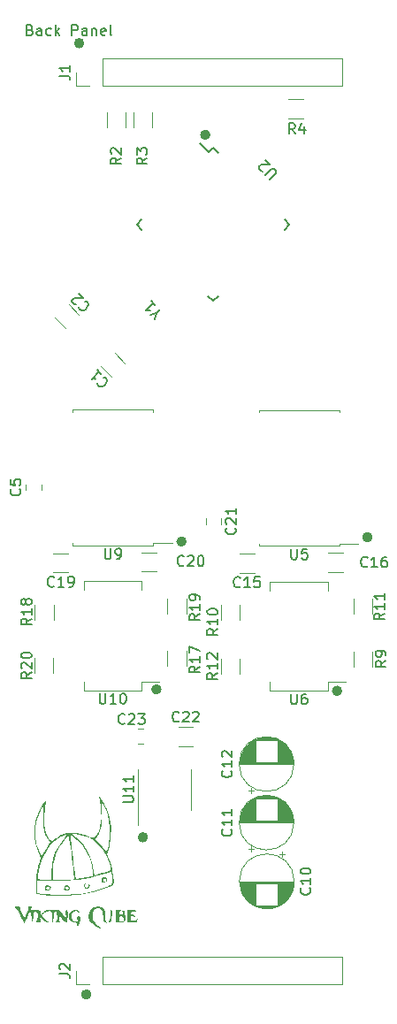
<source format=gbr>
%TF.GenerationSoftware,KiCad,Pcbnew,(6.0.6)*%
%TF.CreationDate,2022-11-26T15:19:53+01:00*%
%TF.ProjectId,vcer-midi-to-cv,76636572-2d6d-4696-9469-2d746f2d6376,rev?*%
%TF.SameCoordinates,Original*%
%TF.FileFunction,Legend,Top*%
%TF.FilePolarity,Positive*%
%FSLAX46Y46*%
G04 Gerber Fmt 4.6, Leading zero omitted, Abs format (unit mm)*
G04 Created by KiCad (PCBNEW (6.0.6)) date 2022-11-26 15:19:53*
%MOMM*%
%LPD*%
G01*
G04 APERTURE LIST*
%ADD10C,0.150000*%
%ADD11C,0.493688*%
%ADD12C,0.120000*%
G04 APERTURE END LIST*
D10*
X103309523Y-2928571D02*
X103452380Y-2976190D01*
X103500000Y-3023809D01*
X103547619Y-3119047D01*
X103547619Y-3261904D01*
X103500000Y-3357142D01*
X103452380Y-3404761D01*
X103357142Y-3452380D01*
X102976190Y-3452380D01*
X102976190Y-2452380D01*
X103309523Y-2452380D01*
X103404761Y-2500000D01*
X103452380Y-2547619D01*
X103500000Y-2642857D01*
X103500000Y-2738095D01*
X103452380Y-2833333D01*
X103404761Y-2880952D01*
X103309523Y-2928571D01*
X102976190Y-2928571D01*
X104404761Y-3452380D02*
X104404761Y-2928571D01*
X104357142Y-2833333D01*
X104261904Y-2785714D01*
X104071428Y-2785714D01*
X103976190Y-2833333D01*
X104404761Y-3404761D02*
X104309523Y-3452380D01*
X104071428Y-3452380D01*
X103976190Y-3404761D01*
X103928571Y-3309523D01*
X103928571Y-3214285D01*
X103976190Y-3119047D01*
X104071428Y-3071428D01*
X104309523Y-3071428D01*
X104404761Y-3023809D01*
X105309523Y-3404761D02*
X105214285Y-3452380D01*
X105023809Y-3452380D01*
X104928571Y-3404761D01*
X104880952Y-3357142D01*
X104833333Y-3261904D01*
X104833333Y-2976190D01*
X104880952Y-2880952D01*
X104928571Y-2833333D01*
X105023809Y-2785714D01*
X105214285Y-2785714D01*
X105309523Y-2833333D01*
X105738095Y-3452380D02*
X105738095Y-2452380D01*
X105833333Y-3071428D02*
X106119047Y-3452380D01*
X106119047Y-2785714D02*
X105738095Y-3166666D01*
X107309523Y-3452380D02*
X107309523Y-2452380D01*
X107690476Y-2452380D01*
X107785714Y-2500000D01*
X107833333Y-2547619D01*
X107880952Y-2642857D01*
X107880952Y-2785714D01*
X107833333Y-2880952D01*
X107785714Y-2928571D01*
X107690476Y-2976190D01*
X107309523Y-2976190D01*
X108738095Y-3452380D02*
X108738095Y-2928571D01*
X108690476Y-2833333D01*
X108595238Y-2785714D01*
X108404761Y-2785714D01*
X108309523Y-2833333D01*
X108738095Y-3404761D02*
X108642857Y-3452380D01*
X108404761Y-3452380D01*
X108309523Y-3404761D01*
X108261904Y-3309523D01*
X108261904Y-3214285D01*
X108309523Y-3119047D01*
X108404761Y-3071428D01*
X108642857Y-3071428D01*
X108738095Y-3023809D01*
X109214285Y-2785714D02*
X109214285Y-3452380D01*
X109214285Y-2880952D02*
X109261904Y-2833333D01*
X109357142Y-2785714D01*
X109500000Y-2785714D01*
X109595238Y-2833333D01*
X109642857Y-2928571D01*
X109642857Y-3452380D01*
X110500000Y-3404761D02*
X110404761Y-3452380D01*
X110214285Y-3452380D01*
X110119047Y-3404761D01*
X110071428Y-3309523D01*
X110071428Y-2928571D01*
X110119047Y-2833333D01*
X110214285Y-2785714D01*
X110404761Y-2785714D01*
X110500000Y-2833333D01*
X110547619Y-2928571D01*
X110547619Y-3023809D01*
X110071428Y-3119047D01*
X111119047Y-3452380D02*
X111023809Y-3404761D01*
X110976190Y-3309523D01*
X110976190Y-2452380D01*
D11*
X114356844Y-80240000D02*
G75*
G03*
X114356844Y-80240000I-246844J0D01*
G01*
X135846844Y-51510000D02*
G75*
G03*
X135846844Y-51510000I-246844J0D01*
G01*
X115646844Y-66080000D02*
G75*
G03*
X115646844Y-66080000I-246844J0D01*
G01*
X120316844Y-12980000D02*
G75*
G03*
X120316844Y-12980000I-246844J0D01*
G01*
X108926844Y-95290000D02*
G75*
G03*
X108926844Y-95290000I-246844J0D01*
G01*
X108246844Y-4211312D02*
G75*
G03*
X108246844Y-4211312I-246844J0D01*
G01*
X132946844Y-66220000D02*
G75*
G03*
X132946844Y-66220000I-246844J0D01*
G01*
X118046844Y-51920000D02*
G75*
G03*
X118046844Y-51920000I-246844J0D01*
G01*
D10*
%TO.C,C5*%
X102307142Y-46896666D02*
X102354761Y-46944285D01*
X102402380Y-47087142D01*
X102402380Y-47182380D01*
X102354761Y-47325238D01*
X102259523Y-47420476D01*
X102164285Y-47468095D01*
X101973809Y-47515714D01*
X101830952Y-47515714D01*
X101640476Y-47468095D01*
X101545238Y-47420476D01*
X101450000Y-47325238D01*
X101402380Y-47182380D01*
X101402380Y-47087142D01*
X101450000Y-46944285D01*
X101497619Y-46896666D01*
X101402380Y-45991904D02*
X101402380Y-46468095D01*
X101878571Y-46515714D01*
X101830952Y-46468095D01*
X101783333Y-46372857D01*
X101783333Y-46134761D01*
X101830952Y-46039523D01*
X101878571Y-45991904D01*
X101973809Y-45944285D01*
X102211904Y-45944285D01*
X102307142Y-45991904D01*
X102354761Y-46039523D01*
X102402380Y-46134761D01*
X102402380Y-46372857D01*
X102354761Y-46468095D01*
X102307142Y-46515714D01*
%TO.C,C15*%
X123419642Y-56217142D02*
X123372023Y-56264761D01*
X123229166Y-56312380D01*
X123133928Y-56312380D01*
X122991071Y-56264761D01*
X122895833Y-56169523D01*
X122848214Y-56074285D01*
X122800595Y-55883809D01*
X122800595Y-55740952D01*
X122848214Y-55550476D01*
X122895833Y-55455238D01*
X122991071Y-55360000D01*
X123133928Y-55312380D01*
X123229166Y-55312380D01*
X123372023Y-55360000D01*
X123419642Y-55407619D01*
X124372023Y-56312380D02*
X123800595Y-56312380D01*
X124086309Y-56312380D02*
X124086309Y-55312380D01*
X123991071Y-55455238D01*
X123895833Y-55550476D01*
X123800595Y-55598095D01*
X125276785Y-55312380D02*
X124800595Y-55312380D01*
X124752976Y-55788571D01*
X124800595Y-55740952D01*
X124895833Y-55693333D01*
X125133928Y-55693333D01*
X125229166Y-55740952D01*
X125276785Y-55788571D01*
X125324404Y-55883809D01*
X125324404Y-56121904D01*
X125276785Y-56217142D01*
X125229166Y-56264761D01*
X125133928Y-56312380D01*
X124895833Y-56312380D01*
X124800595Y-56264761D01*
X124752976Y-56217142D01*
%TO.C,U5*%
X128300595Y-52637380D02*
X128300595Y-53446904D01*
X128348214Y-53542142D01*
X128395833Y-53589761D01*
X128491071Y-53637380D01*
X128681547Y-53637380D01*
X128776785Y-53589761D01*
X128824404Y-53542142D01*
X128872023Y-53446904D01*
X128872023Y-52637380D01*
X129824404Y-52637380D02*
X129348214Y-52637380D01*
X129300595Y-53113571D01*
X129348214Y-53065952D01*
X129443452Y-53018333D01*
X129681547Y-53018333D01*
X129776785Y-53065952D01*
X129824404Y-53113571D01*
X129872023Y-53208809D01*
X129872023Y-53446904D01*
X129824404Y-53542142D01*
X129776785Y-53589761D01*
X129681547Y-53637380D01*
X129443452Y-53637380D01*
X129348214Y-53589761D01*
X129300595Y-53542142D01*
%TO.C,C20*%
X118017142Y-54177142D02*
X117969523Y-54224761D01*
X117826666Y-54272380D01*
X117731428Y-54272380D01*
X117588571Y-54224761D01*
X117493333Y-54129523D01*
X117445714Y-54034285D01*
X117398095Y-53843809D01*
X117398095Y-53700952D01*
X117445714Y-53510476D01*
X117493333Y-53415238D01*
X117588571Y-53320000D01*
X117731428Y-53272380D01*
X117826666Y-53272380D01*
X117969523Y-53320000D01*
X118017142Y-53367619D01*
X118398095Y-53367619D02*
X118445714Y-53320000D01*
X118540952Y-53272380D01*
X118779047Y-53272380D01*
X118874285Y-53320000D01*
X118921904Y-53367619D01*
X118969523Y-53462857D01*
X118969523Y-53558095D01*
X118921904Y-53700952D01*
X118350476Y-54272380D01*
X118969523Y-54272380D01*
X119588571Y-53272380D02*
X119683809Y-53272380D01*
X119779047Y-53320000D01*
X119826666Y-53367619D01*
X119874285Y-53462857D01*
X119921904Y-53653333D01*
X119921904Y-53891428D01*
X119874285Y-54081904D01*
X119826666Y-54177142D01*
X119779047Y-54224761D01*
X119683809Y-54272380D01*
X119588571Y-54272380D01*
X119493333Y-54224761D01*
X119445714Y-54177142D01*
X119398095Y-54081904D01*
X119350476Y-53891428D01*
X119350476Y-53653333D01*
X119398095Y-53462857D01*
X119445714Y-53367619D01*
X119493333Y-53320000D01*
X119588571Y-53272380D01*
%TO.C,R20*%
X103442380Y-64442857D02*
X102966190Y-64776190D01*
X103442380Y-65014285D02*
X102442380Y-65014285D01*
X102442380Y-64633333D01*
X102490000Y-64538095D01*
X102537619Y-64490476D01*
X102632857Y-64442857D01*
X102775714Y-64442857D01*
X102870952Y-64490476D01*
X102918571Y-64538095D01*
X102966190Y-64633333D01*
X102966190Y-65014285D01*
X102537619Y-64061904D02*
X102490000Y-64014285D01*
X102442380Y-63919047D01*
X102442380Y-63680952D01*
X102490000Y-63585714D01*
X102537619Y-63538095D01*
X102632857Y-63490476D01*
X102728095Y-63490476D01*
X102870952Y-63538095D01*
X103442380Y-64109523D01*
X103442380Y-63490476D01*
X102442380Y-62871428D02*
X102442380Y-62776190D01*
X102490000Y-62680952D01*
X102537619Y-62633333D01*
X102632857Y-62585714D01*
X102823333Y-62538095D01*
X103061428Y-62538095D01*
X103251904Y-62585714D01*
X103347142Y-62633333D01*
X103394761Y-62680952D01*
X103442380Y-62776190D01*
X103442380Y-62871428D01*
X103394761Y-62966666D01*
X103347142Y-63014285D01*
X103251904Y-63061904D01*
X103061428Y-63109523D01*
X102823333Y-63109523D01*
X102632857Y-63061904D01*
X102537619Y-63014285D01*
X102490000Y-62966666D01*
X102442380Y-62871428D01*
%TO.C,R17*%
X119562380Y-63882857D02*
X119086190Y-64216190D01*
X119562380Y-64454285D02*
X118562380Y-64454285D01*
X118562380Y-64073333D01*
X118610000Y-63978095D01*
X118657619Y-63930476D01*
X118752857Y-63882857D01*
X118895714Y-63882857D01*
X118990952Y-63930476D01*
X119038571Y-63978095D01*
X119086190Y-64073333D01*
X119086190Y-64454285D01*
X119562380Y-62930476D02*
X119562380Y-63501904D01*
X119562380Y-63216190D02*
X118562380Y-63216190D01*
X118705238Y-63311428D01*
X118800476Y-63406666D01*
X118848095Y-63501904D01*
X118562380Y-62597142D02*
X118562380Y-61930476D01*
X119562380Y-62359047D01*
%TO.C,R9*%
X137362380Y-63326666D02*
X136886190Y-63660000D01*
X137362380Y-63898095D02*
X136362380Y-63898095D01*
X136362380Y-63517142D01*
X136410000Y-63421904D01*
X136457619Y-63374285D01*
X136552857Y-63326666D01*
X136695714Y-63326666D01*
X136790952Y-63374285D01*
X136838571Y-63421904D01*
X136886190Y-63517142D01*
X136886190Y-63898095D01*
X137362380Y-62850476D02*
X137362380Y-62660000D01*
X137314761Y-62564761D01*
X137267142Y-62517142D01*
X137124285Y-62421904D01*
X136933809Y-62374285D01*
X136552857Y-62374285D01*
X136457619Y-62421904D01*
X136410000Y-62469523D01*
X136362380Y-62564761D01*
X136362380Y-62755238D01*
X136410000Y-62850476D01*
X136457619Y-62898095D01*
X136552857Y-62945714D01*
X136790952Y-62945714D01*
X136886190Y-62898095D01*
X136933809Y-62850476D01*
X136981428Y-62755238D01*
X136981428Y-62564761D01*
X136933809Y-62469523D01*
X136886190Y-62421904D01*
X136790952Y-62374285D01*
%TO.C,U10*%
X109964404Y-66452380D02*
X109964404Y-67261904D01*
X110012023Y-67357142D01*
X110059642Y-67404761D01*
X110154880Y-67452380D01*
X110345357Y-67452380D01*
X110440595Y-67404761D01*
X110488214Y-67357142D01*
X110535833Y-67261904D01*
X110535833Y-66452380D01*
X111535833Y-67452380D02*
X110964404Y-67452380D01*
X111250119Y-67452380D02*
X111250119Y-66452380D01*
X111154880Y-66595238D01*
X111059642Y-66690476D01*
X110964404Y-66738095D01*
X112154880Y-66452380D02*
X112250119Y-66452380D01*
X112345357Y-66500000D01*
X112392976Y-66547619D01*
X112440595Y-66642857D01*
X112488214Y-66833333D01*
X112488214Y-67071428D01*
X112440595Y-67261904D01*
X112392976Y-67357142D01*
X112345357Y-67404761D01*
X112250119Y-67452380D01*
X112154880Y-67452380D01*
X112059642Y-67404761D01*
X112012023Y-67357142D01*
X111964404Y-67261904D01*
X111916785Y-67071428D01*
X111916785Y-66833333D01*
X111964404Y-66642857D01*
X112012023Y-66547619D01*
X112059642Y-66500000D01*
X112154880Y-66452380D01*
%TO.C,R11*%
X137252380Y-58792857D02*
X136776190Y-59126190D01*
X137252380Y-59364285D02*
X136252380Y-59364285D01*
X136252380Y-58983333D01*
X136300000Y-58888095D01*
X136347619Y-58840476D01*
X136442857Y-58792857D01*
X136585714Y-58792857D01*
X136680952Y-58840476D01*
X136728571Y-58888095D01*
X136776190Y-58983333D01*
X136776190Y-59364285D01*
X137252380Y-57840476D02*
X137252380Y-58411904D01*
X137252380Y-58126190D02*
X136252380Y-58126190D01*
X136395238Y-58221428D01*
X136490476Y-58316666D01*
X136538095Y-58411904D01*
X137252380Y-56888095D02*
X137252380Y-57459523D01*
X137252380Y-57173809D02*
X136252380Y-57173809D01*
X136395238Y-57269047D01*
X136490476Y-57364285D01*
X136538095Y-57459523D01*
%TO.C,C11*%
X122547142Y-79477970D02*
X122594761Y-79525589D01*
X122642380Y-79668446D01*
X122642380Y-79763684D01*
X122594761Y-79906541D01*
X122499523Y-80001779D01*
X122404285Y-80049398D01*
X122213809Y-80097017D01*
X122070952Y-80097017D01*
X121880476Y-80049398D01*
X121785238Y-80001779D01*
X121690000Y-79906541D01*
X121642380Y-79763684D01*
X121642380Y-79668446D01*
X121690000Y-79525589D01*
X121737619Y-79477970D01*
X122642380Y-78525589D02*
X122642380Y-79097017D01*
X122642380Y-78811303D02*
X121642380Y-78811303D01*
X121785238Y-78906541D01*
X121880476Y-79001779D01*
X121928095Y-79097017D01*
X122642380Y-77573208D02*
X122642380Y-78144636D01*
X122642380Y-77858922D02*
X121642380Y-77858922D01*
X121785238Y-77954160D01*
X121880476Y-78049398D01*
X121928095Y-78144636D01*
%TO.C,C23*%
X112377142Y-69307142D02*
X112329523Y-69354761D01*
X112186666Y-69402380D01*
X112091428Y-69402380D01*
X111948571Y-69354761D01*
X111853333Y-69259523D01*
X111805714Y-69164285D01*
X111758095Y-68973809D01*
X111758095Y-68830952D01*
X111805714Y-68640476D01*
X111853333Y-68545238D01*
X111948571Y-68450000D01*
X112091428Y-68402380D01*
X112186666Y-68402380D01*
X112329523Y-68450000D01*
X112377142Y-68497619D01*
X112758095Y-68497619D02*
X112805714Y-68450000D01*
X112900952Y-68402380D01*
X113139047Y-68402380D01*
X113234285Y-68450000D01*
X113281904Y-68497619D01*
X113329523Y-68592857D01*
X113329523Y-68688095D01*
X113281904Y-68830952D01*
X112710476Y-69402380D01*
X113329523Y-69402380D01*
X113662857Y-68402380D02*
X114281904Y-68402380D01*
X113948571Y-68783333D01*
X114091428Y-68783333D01*
X114186666Y-68830952D01*
X114234285Y-68878571D01*
X114281904Y-68973809D01*
X114281904Y-69211904D01*
X114234285Y-69307142D01*
X114186666Y-69354761D01*
X114091428Y-69402380D01*
X113805714Y-69402380D01*
X113710476Y-69354761D01*
X113662857Y-69307142D01*
%TO.C,R12*%
X121222380Y-64502857D02*
X120746190Y-64836190D01*
X121222380Y-65074285D02*
X120222380Y-65074285D01*
X120222380Y-64693333D01*
X120270000Y-64598095D01*
X120317619Y-64550476D01*
X120412857Y-64502857D01*
X120555714Y-64502857D01*
X120650952Y-64550476D01*
X120698571Y-64598095D01*
X120746190Y-64693333D01*
X120746190Y-65074285D01*
X121222380Y-63550476D02*
X121222380Y-64121904D01*
X121222380Y-63836190D02*
X120222380Y-63836190D01*
X120365238Y-63931428D01*
X120460476Y-64026666D01*
X120508095Y-64121904D01*
X120317619Y-63169523D02*
X120270000Y-63121904D01*
X120222380Y-63026666D01*
X120222380Y-62788571D01*
X120270000Y-62693333D01*
X120317619Y-62645714D01*
X120412857Y-62598095D01*
X120508095Y-62598095D01*
X120650952Y-62645714D01*
X121222380Y-63217142D01*
X121222380Y-62598095D01*
%TO.C,U6*%
X128275595Y-66512380D02*
X128275595Y-67321904D01*
X128323214Y-67417142D01*
X128370833Y-67464761D01*
X128466071Y-67512380D01*
X128656547Y-67512380D01*
X128751785Y-67464761D01*
X128799404Y-67417142D01*
X128847023Y-67321904D01*
X128847023Y-66512380D01*
X129751785Y-66512380D02*
X129561309Y-66512380D01*
X129466071Y-66560000D01*
X129418452Y-66607619D01*
X129323214Y-66750476D01*
X129275595Y-66940952D01*
X129275595Y-67321904D01*
X129323214Y-67417142D01*
X129370833Y-67464761D01*
X129466071Y-67512380D01*
X129656547Y-67512380D01*
X129751785Y-67464761D01*
X129799404Y-67417142D01*
X129847023Y-67321904D01*
X129847023Y-67083809D01*
X129799404Y-66988571D01*
X129751785Y-66940952D01*
X129656547Y-66893333D01*
X129466071Y-66893333D01*
X129370833Y-66940952D01*
X129323214Y-66988571D01*
X129275595Y-67083809D01*
%TO.C,C1*%
X110312241Y-36198460D02*
X110379584Y-36198460D01*
X110514271Y-36265804D01*
X110581615Y-36333148D01*
X110648958Y-36467835D01*
X110648958Y-36602522D01*
X110615287Y-36703537D01*
X110514271Y-36871896D01*
X110413256Y-36972911D01*
X110244897Y-37073926D01*
X110143882Y-37107598D01*
X110009195Y-37107598D01*
X109874508Y-37040254D01*
X109807164Y-36972911D01*
X109739821Y-36838224D01*
X109739821Y-36770880D01*
X109706149Y-35457682D02*
X110110210Y-35861743D01*
X109908180Y-35659712D02*
X109201073Y-36366819D01*
X109369432Y-36333147D01*
X109504119Y-36333148D01*
X109605134Y-36366819D01*
%TO.C,R3*%
X114502380Y-15191666D02*
X114026190Y-15525000D01*
X114502380Y-15763095D02*
X113502380Y-15763095D01*
X113502380Y-15382142D01*
X113550000Y-15286904D01*
X113597619Y-15239285D01*
X113692857Y-15191666D01*
X113835714Y-15191666D01*
X113930952Y-15239285D01*
X113978571Y-15286904D01*
X114026190Y-15382142D01*
X114026190Y-15763095D01*
X113502380Y-14858333D02*
X113502380Y-14239285D01*
X113883333Y-14572619D01*
X113883333Y-14429761D01*
X113930952Y-14334523D01*
X113978571Y-14286904D01*
X114073809Y-14239285D01*
X114311904Y-14239285D01*
X114407142Y-14286904D01*
X114454761Y-14334523D01*
X114502380Y-14429761D01*
X114502380Y-14715476D01*
X114454761Y-14810714D01*
X114407142Y-14858333D01*
%TO.C,C2*%
X108528537Y-28907164D02*
X108595880Y-28907164D01*
X108730567Y-28974508D01*
X108797911Y-29041852D01*
X108865254Y-29176539D01*
X108865254Y-29311226D01*
X108831583Y-29412241D01*
X108730567Y-29580600D01*
X108629552Y-29681615D01*
X108461193Y-29782630D01*
X108360178Y-29816302D01*
X108225491Y-29816302D01*
X108090804Y-29748958D01*
X108023460Y-29681615D01*
X107956117Y-29546928D01*
X107956117Y-29479584D01*
X107686743Y-29210210D02*
X107619399Y-29210210D01*
X107518384Y-29176539D01*
X107350025Y-29008180D01*
X107316354Y-28907164D01*
X107316354Y-28839821D01*
X107350025Y-28738806D01*
X107417369Y-28671462D01*
X107552056Y-28604119D01*
X108360178Y-28604119D01*
X107922445Y-28166386D01*
%TO.C,J1*%
X106122380Y-7333333D02*
X106836666Y-7333333D01*
X106979523Y-7380952D01*
X107074761Y-7476190D01*
X107122380Y-7619047D01*
X107122380Y-7714285D01*
X107122380Y-6333333D02*
X107122380Y-6904761D01*
X107122380Y-6619047D02*
X106122380Y-6619047D01*
X106265238Y-6714285D01*
X106360476Y-6809523D01*
X106408095Y-6904761D01*
%TO.C,C21*%
X122917142Y-50632857D02*
X122964761Y-50680476D01*
X123012380Y-50823333D01*
X123012380Y-50918571D01*
X122964761Y-51061428D01*
X122869523Y-51156666D01*
X122774285Y-51204285D01*
X122583809Y-51251904D01*
X122440952Y-51251904D01*
X122250476Y-51204285D01*
X122155238Y-51156666D01*
X122060000Y-51061428D01*
X122012380Y-50918571D01*
X122012380Y-50823333D01*
X122060000Y-50680476D01*
X122107619Y-50632857D01*
X122107619Y-50251904D02*
X122060000Y-50204285D01*
X122012380Y-50109047D01*
X122012380Y-49870952D01*
X122060000Y-49775714D01*
X122107619Y-49728095D01*
X122202857Y-49680476D01*
X122298095Y-49680476D01*
X122440952Y-49728095D01*
X123012380Y-50299523D01*
X123012380Y-49680476D01*
X123012380Y-48728095D02*
X123012380Y-49299523D01*
X123012380Y-49013809D02*
X122012380Y-49013809D01*
X122155238Y-49109047D01*
X122250476Y-49204285D01*
X122298095Y-49299523D01*
%TO.C,Y1*%
X115378118Y-30061611D02*
X115714836Y-29724893D01*
X115243431Y-30667702D02*
X115378118Y-30061611D01*
X114772027Y-30196298D01*
X114873042Y-28883100D02*
X115277103Y-29287161D01*
X115075072Y-29085130D02*
X114367966Y-29792237D01*
X114536324Y-29758565D01*
X114671011Y-29758565D01*
X114772027Y-29792237D01*
%TO.C,C19*%
X105592142Y-56174642D02*
X105544523Y-56222261D01*
X105401666Y-56269880D01*
X105306428Y-56269880D01*
X105163571Y-56222261D01*
X105068333Y-56127023D01*
X105020714Y-56031785D01*
X104973095Y-55841309D01*
X104973095Y-55698452D01*
X105020714Y-55507976D01*
X105068333Y-55412738D01*
X105163571Y-55317500D01*
X105306428Y-55269880D01*
X105401666Y-55269880D01*
X105544523Y-55317500D01*
X105592142Y-55365119D01*
X106544523Y-56269880D02*
X105973095Y-56269880D01*
X106258809Y-56269880D02*
X106258809Y-55269880D01*
X106163571Y-55412738D01*
X106068333Y-55507976D01*
X105973095Y-55555595D01*
X107020714Y-56269880D02*
X107211190Y-56269880D01*
X107306428Y-56222261D01*
X107354047Y-56174642D01*
X107449285Y-56031785D01*
X107496904Y-55841309D01*
X107496904Y-55460357D01*
X107449285Y-55365119D01*
X107401666Y-55317500D01*
X107306428Y-55269880D01*
X107115952Y-55269880D01*
X107020714Y-55317500D01*
X106973095Y-55365119D01*
X106925476Y-55460357D01*
X106925476Y-55698452D01*
X106973095Y-55793690D01*
X107020714Y-55841309D01*
X107115952Y-55888928D01*
X107306428Y-55888928D01*
X107401666Y-55841309D01*
X107449285Y-55793690D01*
X107496904Y-55698452D01*
%TO.C,R19*%
X119552380Y-58872857D02*
X119076190Y-59206190D01*
X119552380Y-59444285D02*
X118552380Y-59444285D01*
X118552380Y-59063333D01*
X118600000Y-58968095D01*
X118647619Y-58920476D01*
X118742857Y-58872857D01*
X118885714Y-58872857D01*
X118980952Y-58920476D01*
X119028571Y-58968095D01*
X119076190Y-59063333D01*
X119076190Y-59444285D01*
X119552380Y-57920476D02*
X119552380Y-58491904D01*
X119552380Y-58206190D02*
X118552380Y-58206190D01*
X118695238Y-58301428D01*
X118790476Y-58396666D01*
X118838095Y-58491904D01*
X119552380Y-57444285D02*
X119552380Y-57253809D01*
X119504761Y-57158571D01*
X119457142Y-57110952D01*
X119314285Y-57015714D01*
X119123809Y-56968095D01*
X118742857Y-56968095D01*
X118647619Y-57015714D01*
X118600000Y-57063333D01*
X118552380Y-57158571D01*
X118552380Y-57349047D01*
X118600000Y-57444285D01*
X118647619Y-57491904D01*
X118742857Y-57539523D01*
X118980952Y-57539523D01*
X119076190Y-57491904D01*
X119123809Y-57444285D01*
X119171428Y-57349047D01*
X119171428Y-57158571D01*
X119123809Y-57063333D01*
X119076190Y-57015714D01*
X118980952Y-56968095D01*
%TO.C,R4*%
X128673333Y-12882380D02*
X128340000Y-12406190D01*
X128101904Y-12882380D02*
X128101904Y-11882380D01*
X128482857Y-11882380D01*
X128578095Y-11930000D01*
X128625714Y-11977619D01*
X128673333Y-12072857D01*
X128673333Y-12215714D01*
X128625714Y-12310952D01*
X128578095Y-12358571D01*
X128482857Y-12406190D01*
X128101904Y-12406190D01*
X129530476Y-12215714D02*
X129530476Y-12882380D01*
X129292380Y-11834761D02*
X129054285Y-12549047D01*
X129673333Y-12549047D01*
%TO.C,J2*%
X106122380Y-93333333D02*
X106836666Y-93333333D01*
X106979523Y-93380952D01*
X107074761Y-93476190D01*
X107122380Y-93619047D01*
X107122380Y-93714285D01*
X106217619Y-92904761D02*
X106170000Y-92857142D01*
X106122380Y-92761904D01*
X106122380Y-92523809D01*
X106170000Y-92428571D01*
X106217619Y-92380952D01*
X106312857Y-92333333D01*
X106408095Y-92333333D01*
X106550952Y-92380952D01*
X107122380Y-92952380D01*
X107122380Y-92333333D01*
%TO.C,C16*%
X135607142Y-54287142D02*
X135559523Y-54334761D01*
X135416666Y-54382380D01*
X135321428Y-54382380D01*
X135178571Y-54334761D01*
X135083333Y-54239523D01*
X135035714Y-54144285D01*
X134988095Y-53953809D01*
X134988095Y-53810952D01*
X135035714Y-53620476D01*
X135083333Y-53525238D01*
X135178571Y-53430000D01*
X135321428Y-53382380D01*
X135416666Y-53382380D01*
X135559523Y-53430000D01*
X135607142Y-53477619D01*
X136559523Y-54382380D02*
X135988095Y-54382380D01*
X136273809Y-54382380D02*
X136273809Y-53382380D01*
X136178571Y-53525238D01*
X136083333Y-53620476D01*
X135988095Y-53668095D01*
X137416666Y-53382380D02*
X137226190Y-53382380D01*
X137130952Y-53430000D01*
X137083333Y-53477619D01*
X136988095Y-53620476D01*
X136940476Y-53810952D01*
X136940476Y-54191904D01*
X136988095Y-54287142D01*
X137035714Y-54334761D01*
X137130952Y-54382380D01*
X137321428Y-54382380D01*
X137416666Y-54334761D01*
X137464285Y-54287142D01*
X137511904Y-54191904D01*
X137511904Y-53953809D01*
X137464285Y-53858571D01*
X137416666Y-53810952D01*
X137321428Y-53763333D01*
X137130952Y-53763333D01*
X137035714Y-53810952D01*
X136988095Y-53858571D01*
X136940476Y-53953809D01*
%TO.C,U2*%
X126244468Y-17233027D02*
X126816888Y-16660607D01*
X126850560Y-16559592D01*
X126850560Y-16492248D01*
X126816888Y-16391233D01*
X126682201Y-16256546D01*
X126581186Y-16222874D01*
X126513842Y-16222874D01*
X126412827Y-16256546D01*
X125840407Y-16828966D01*
X125604705Y-16458576D02*
X125537362Y-16458576D01*
X125436346Y-16424905D01*
X125267988Y-16256546D01*
X125234316Y-16155531D01*
X125234316Y-16088187D01*
X125267988Y-15987172D01*
X125335331Y-15919828D01*
X125470018Y-15852485D01*
X126278140Y-15852485D01*
X125840407Y-15414752D01*
%TO.C,U11*%
X112207324Y-76888095D02*
X113016848Y-76888095D01*
X113112086Y-76840476D01*
X113159705Y-76792857D01*
X113207324Y-76697619D01*
X113207324Y-76507142D01*
X113159705Y-76411904D01*
X113112086Y-76364285D01*
X113016848Y-76316666D01*
X112207324Y-76316666D01*
X113207324Y-75316666D02*
X113207324Y-75888095D01*
X113207324Y-75602380D02*
X112207324Y-75602380D01*
X112350182Y-75697619D01*
X112445420Y-75792857D01*
X112493039Y-75888095D01*
X113207324Y-74364285D02*
X113207324Y-74935714D01*
X113207324Y-74650000D02*
X112207324Y-74650000D01*
X112350182Y-74745238D01*
X112445420Y-74840476D01*
X112493039Y-74935714D01*
%TO.C,C10*%
X130069976Y-85097639D02*
X130117595Y-85145258D01*
X130165214Y-85288115D01*
X130165214Y-85383353D01*
X130117595Y-85526210D01*
X130022357Y-85621448D01*
X129927119Y-85669067D01*
X129736643Y-85716686D01*
X129593786Y-85716686D01*
X129403310Y-85669067D01*
X129308072Y-85621448D01*
X129212834Y-85526210D01*
X129165214Y-85383353D01*
X129165214Y-85288115D01*
X129212834Y-85145258D01*
X129260453Y-85097639D01*
X130165214Y-84145258D02*
X130165214Y-84716686D01*
X130165214Y-84430972D02*
X129165214Y-84430972D01*
X129308072Y-84526210D01*
X129403310Y-84621448D01*
X129450929Y-84716686D01*
X129165214Y-83526210D02*
X129165214Y-83430972D01*
X129212834Y-83335734D01*
X129260453Y-83288115D01*
X129355691Y-83240496D01*
X129546167Y-83192877D01*
X129784262Y-83192877D01*
X129974738Y-83240496D01*
X130069976Y-83288115D01*
X130117595Y-83335734D01*
X130165214Y-83430972D01*
X130165214Y-83526210D01*
X130117595Y-83621448D01*
X130069976Y-83669067D01*
X129974738Y-83716686D01*
X129784262Y-83764305D01*
X129546167Y-83764305D01*
X129355691Y-83716686D01*
X129260453Y-83669067D01*
X129212834Y-83621448D01*
X129165214Y-83526210D01*
%TO.C,C22*%
X117562086Y-69097142D02*
X117514467Y-69144761D01*
X117371610Y-69192380D01*
X117276372Y-69192380D01*
X117133515Y-69144761D01*
X117038277Y-69049523D01*
X116990658Y-68954285D01*
X116943039Y-68763809D01*
X116943039Y-68620952D01*
X116990658Y-68430476D01*
X117038277Y-68335238D01*
X117133515Y-68240000D01*
X117276372Y-68192380D01*
X117371610Y-68192380D01*
X117514467Y-68240000D01*
X117562086Y-68287619D01*
X117943039Y-68287619D02*
X117990658Y-68240000D01*
X118085896Y-68192380D01*
X118323991Y-68192380D01*
X118419229Y-68240000D01*
X118466848Y-68287619D01*
X118514467Y-68382857D01*
X118514467Y-68478095D01*
X118466848Y-68620952D01*
X117895420Y-69192380D01*
X118514467Y-69192380D01*
X118895420Y-68287619D02*
X118943039Y-68240000D01*
X119038277Y-68192380D01*
X119276372Y-68192380D01*
X119371610Y-68240000D01*
X119419229Y-68287619D01*
X119466848Y-68382857D01*
X119466848Y-68478095D01*
X119419229Y-68620952D01*
X118847801Y-69192380D01*
X119466848Y-69192380D01*
%TO.C,C12*%
X122547142Y-73867970D02*
X122594761Y-73915589D01*
X122642380Y-74058446D01*
X122642380Y-74153684D01*
X122594761Y-74296541D01*
X122499523Y-74391779D01*
X122404285Y-74439398D01*
X122213809Y-74487017D01*
X122070952Y-74487017D01*
X121880476Y-74439398D01*
X121785238Y-74391779D01*
X121690000Y-74296541D01*
X121642380Y-74153684D01*
X121642380Y-74058446D01*
X121690000Y-73915589D01*
X121737619Y-73867970D01*
X122642380Y-72915589D02*
X122642380Y-73487017D01*
X122642380Y-73201303D02*
X121642380Y-73201303D01*
X121785238Y-73296541D01*
X121880476Y-73391779D01*
X121928095Y-73487017D01*
X121737619Y-72534636D02*
X121690000Y-72487017D01*
X121642380Y-72391779D01*
X121642380Y-72153684D01*
X121690000Y-72058446D01*
X121737619Y-72010827D01*
X121832857Y-71963208D01*
X121928095Y-71963208D01*
X122070952Y-72010827D01*
X122642380Y-72582255D01*
X122642380Y-71963208D01*
%TO.C,R10*%
X121262380Y-60272857D02*
X120786190Y-60606190D01*
X121262380Y-60844285D02*
X120262380Y-60844285D01*
X120262380Y-60463333D01*
X120310000Y-60368095D01*
X120357619Y-60320476D01*
X120452857Y-60272857D01*
X120595714Y-60272857D01*
X120690952Y-60320476D01*
X120738571Y-60368095D01*
X120786190Y-60463333D01*
X120786190Y-60844285D01*
X121262380Y-59320476D02*
X121262380Y-59891904D01*
X121262380Y-59606190D02*
X120262380Y-59606190D01*
X120405238Y-59701428D01*
X120500476Y-59796666D01*
X120548095Y-59891904D01*
X120262380Y-58701428D02*
X120262380Y-58606190D01*
X120310000Y-58510952D01*
X120357619Y-58463333D01*
X120452857Y-58415714D01*
X120643333Y-58368095D01*
X120881428Y-58368095D01*
X121071904Y-58415714D01*
X121167142Y-58463333D01*
X121214761Y-58510952D01*
X121262380Y-58606190D01*
X121262380Y-58701428D01*
X121214761Y-58796666D01*
X121167142Y-58844285D01*
X121071904Y-58891904D01*
X120881428Y-58939523D01*
X120643333Y-58939523D01*
X120452857Y-58891904D01*
X120357619Y-58844285D01*
X120310000Y-58796666D01*
X120262380Y-58701428D01*
%TO.C,R2*%
X112002380Y-15191666D02*
X111526190Y-15525000D01*
X112002380Y-15763095D02*
X111002380Y-15763095D01*
X111002380Y-15382142D01*
X111050000Y-15286904D01*
X111097619Y-15239285D01*
X111192857Y-15191666D01*
X111335714Y-15191666D01*
X111430952Y-15239285D01*
X111478571Y-15286904D01*
X111526190Y-15382142D01*
X111526190Y-15763095D01*
X111097619Y-14810714D02*
X111050000Y-14763095D01*
X111002380Y-14667857D01*
X111002380Y-14429761D01*
X111050000Y-14334523D01*
X111097619Y-14286904D01*
X111192857Y-14239285D01*
X111288095Y-14239285D01*
X111430952Y-14286904D01*
X112002380Y-14858333D01*
X112002380Y-14239285D01*
%TO.C,R18*%
X103442380Y-59302857D02*
X102966190Y-59636190D01*
X103442380Y-59874285D02*
X102442380Y-59874285D01*
X102442380Y-59493333D01*
X102490000Y-59398095D01*
X102537619Y-59350476D01*
X102632857Y-59302857D01*
X102775714Y-59302857D01*
X102870952Y-59350476D01*
X102918571Y-59398095D01*
X102966190Y-59493333D01*
X102966190Y-59874285D01*
X103442380Y-58350476D02*
X103442380Y-58921904D01*
X103442380Y-58636190D02*
X102442380Y-58636190D01*
X102585238Y-58731428D01*
X102680476Y-58826666D01*
X102728095Y-58921904D01*
X102870952Y-57779047D02*
X102823333Y-57874285D01*
X102775714Y-57921904D01*
X102680476Y-57969523D01*
X102632857Y-57969523D01*
X102537619Y-57921904D01*
X102490000Y-57874285D01*
X102442380Y-57779047D01*
X102442380Y-57588571D01*
X102490000Y-57493333D01*
X102537619Y-57445714D01*
X102632857Y-57398095D01*
X102680476Y-57398095D01*
X102775714Y-57445714D01*
X102823333Y-57493333D01*
X102870952Y-57588571D01*
X102870952Y-57779047D01*
X102918571Y-57874285D01*
X102966190Y-57921904D01*
X103061428Y-57969523D01*
X103251904Y-57969523D01*
X103347142Y-57921904D01*
X103394761Y-57874285D01*
X103442380Y-57779047D01*
X103442380Y-57588571D01*
X103394761Y-57493333D01*
X103347142Y-57445714D01*
X103251904Y-57398095D01*
X103061428Y-57398095D01*
X102966190Y-57445714D01*
X102918571Y-57493333D01*
X102870952Y-57588571D01*
%TO.C,U9*%
X110460595Y-52592380D02*
X110460595Y-53401904D01*
X110508214Y-53497142D01*
X110555833Y-53544761D01*
X110651071Y-53592380D01*
X110841547Y-53592380D01*
X110936785Y-53544761D01*
X110984404Y-53497142D01*
X111032023Y-53401904D01*
X111032023Y-52592380D01*
X111555833Y-53592380D02*
X111746309Y-53592380D01*
X111841547Y-53544761D01*
X111889166Y-53497142D01*
X111984404Y-53354285D01*
X112032023Y-53163809D01*
X112032023Y-52782857D01*
X111984404Y-52687619D01*
X111936785Y-52640000D01*
X111841547Y-52592380D01*
X111651071Y-52592380D01*
X111555833Y-52640000D01*
X111508214Y-52687619D01*
X111460595Y-52782857D01*
X111460595Y-53020952D01*
X111508214Y-53116190D01*
X111555833Y-53163809D01*
X111651071Y-53211428D01*
X111841547Y-53211428D01*
X111936785Y-53163809D01*
X111984404Y-53116190D01*
X112032023Y-53020952D01*
D12*
%TO.C,C5*%
X102895000Y-46991252D02*
X102895000Y-46468748D01*
X104365000Y-46991252D02*
X104365000Y-46468748D01*
%TO.C,C15*%
X124773752Y-53100000D02*
X123351248Y-53100000D01*
X124773752Y-54920000D02*
X123351248Y-54920000D01*
%TO.C,U5*%
X129062500Y-52345000D02*
X132922500Y-52345000D01*
X129062500Y-39325000D02*
X125202500Y-39325000D01*
X132922500Y-52110000D02*
X134737500Y-52110000D01*
X129062500Y-39325000D02*
X132922500Y-39325000D01*
X125202500Y-52345000D02*
X125202500Y-52110000D01*
X132922500Y-39325000D02*
X132922500Y-39560000D01*
X129062500Y-52345000D02*
X125202500Y-52345000D01*
X125202500Y-39325000D02*
X125202500Y-39560000D01*
X132922500Y-52345000D02*
X132922500Y-52110000D01*
%TO.C,C20*%
X115421252Y-54777500D02*
X113998748Y-54777500D01*
X115421252Y-52957500D02*
X113998748Y-52957500D01*
%TO.C,R20*%
X105532500Y-63072936D02*
X105532500Y-64527064D01*
X103712500Y-63072936D02*
X103712500Y-64527064D01*
%TO.C,R17*%
X116450000Y-63869564D02*
X116450000Y-62415436D01*
X118270000Y-63869564D02*
X118270000Y-62415436D01*
%TO.C,R9*%
X136097500Y-63912064D02*
X136097500Y-62457936D01*
X134277500Y-63912064D02*
X134277500Y-62457936D01*
%TO.C,U10*%
X108442500Y-66160000D02*
X108442500Y-65320000D01*
X113962500Y-66160000D02*
X113962500Y-65320000D01*
X111202500Y-66160000D02*
X108442500Y-66160000D01*
X111202500Y-55740000D02*
X113962500Y-55740000D01*
X111202500Y-55740000D02*
X108442500Y-55740000D01*
X113962500Y-65320000D02*
X115652500Y-65320000D01*
X111202500Y-66160000D02*
X113962500Y-66160000D01*
X113962500Y-55740000D02*
X113962500Y-56580000D01*
X108442500Y-55740000D02*
X108442500Y-56580000D01*
%TO.C,R11*%
X136072500Y-58867064D02*
X136072500Y-57412936D01*
X134252500Y-58867064D02*
X134252500Y-57412936D01*
%TO.C,C11*%
X126980000Y-78034113D02*
X128395000Y-78034113D01*
X123439000Y-78195113D02*
X124900000Y-78195113D01*
X123875000Y-77274113D02*
X124900000Y-77274113D01*
X126980000Y-76914113D02*
X127683000Y-76914113D01*
X123379000Y-78515113D02*
X124900000Y-78515113D01*
X126980000Y-76674113D02*
X127383000Y-76674113D01*
X123526000Y-77914113D02*
X124900000Y-77914113D01*
X123360000Y-78795113D02*
X128520000Y-78795113D01*
X123936000Y-77194113D02*
X124900000Y-77194113D01*
X123512000Y-77954113D02*
X124900000Y-77954113D01*
X126980000Y-78074113D02*
X128408000Y-78074113D01*
X124155000Y-76954113D02*
X124900000Y-76954113D01*
X123558000Y-77834113D02*
X124900000Y-77834113D01*
X123449000Y-78155113D02*
X124900000Y-78155113D01*
X124621000Y-76594113D02*
X124900000Y-76594113D01*
X123429000Y-78235113D02*
X124900000Y-78235113D01*
X124039000Y-77074113D02*
X124900000Y-77074113D01*
X126980000Y-78515113D02*
X128501000Y-78515113D01*
X126980000Y-78275113D02*
X128460000Y-78275113D01*
X123472000Y-78074113D02*
X124900000Y-78074113D01*
X126980000Y-77754113D02*
X128288000Y-77754113D01*
X124842000Y-76474113D02*
X127038000Y-76474113D01*
X123397000Y-78395113D02*
X124900000Y-78395113D01*
X126980000Y-77634113D02*
X128230000Y-77634113D01*
X126980000Y-78355113D02*
X128476000Y-78355113D01*
X126980000Y-77714113D02*
X128269000Y-77714113D01*
X126980000Y-78315113D02*
X128468000Y-78315113D01*
X123765000Y-77434113D02*
X124900000Y-77434113D01*
X125025000Y-76394113D02*
X126855000Y-76394113D01*
X124003000Y-77114113D02*
X124900000Y-77114113D01*
X126980000Y-77154113D02*
X127911000Y-77154113D01*
X126980000Y-77994113D02*
X128382000Y-77994113D01*
X123390000Y-78435113D02*
X124900000Y-78435113D01*
X124241000Y-76874113D02*
X124900000Y-76874113D01*
X126980000Y-77834113D02*
X128322000Y-77834113D01*
X124929000Y-76434113D02*
X126951000Y-76434113D01*
X126980000Y-76994113D02*
X127766000Y-76994113D01*
X123905000Y-77234113D02*
X124900000Y-77234113D01*
X123630000Y-77674113D02*
X124900000Y-77674113D01*
X126980000Y-76754113D02*
X127494000Y-76754113D01*
X126980000Y-77474113D02*
X128140000Y-77474113D01*
X124215000Y-81389888D02*
X124715000Y-81389888D01*
X126980000Y-78595113D02*
X128509000Y-78595113D01*
X126980000Y-77034113D02*
X127804000Y-77034113D01*
X123542000Y-77874113D02*
X124900000Y-77874113D01*
X123740000Y-77474113D02*
X124900000Y-77474113D01*
X123818000Y-77354113D02*
X124900000Y-77354113D01*
X123404000Y-78355113D02*
X124900000Y-78355113D01*
X126980000Y-78235113D02*
X128451000Y-78235113D01*
X124497000Y-76674113D02*
X124900000Y-76674113D01*
X126980000Y-77314113D02*
X128035000Y-77314113D01*
X123575000Y-77794113D02*
X124900000Y-77794113D01*
X126980000Y-78155113D02*
X128431000Y-78155113D01*
X126980000Y-76634113D02*
X127323000Y-76634113D01*
X126980000Y-76714113D02*
X127440000Y-76714113D01*
X126980000Y-77514113D02*
X128164000Y-77514113D01*
X125656000Y-76234113D02*
X126224000Y-76234113D01*
X126980000Y-76834113D02*
X127593000Y-76834113D01*
X123362000Y-78715113D02*
X128518000Y-78715113D01*
X123371000Y-78595113D02*
X124900000Y-78595113D01*
X126980000Y-78435113D02*
X128490000Y-78435113D01*
X124076000Y-77034113D02*
X124900000Y-77034113D01*
X124287000Y-76834113D02*
X124900000Y-76834113D01*
X126980000Y-77554113D02*
X128187000Y-77554113D01*
X126980000Y-78395113D02*
X128483000Y-78395113D01*
X126980000Y-77394113D02*
X128089000Y-77394113D01*
X126980000Y-77954113D02*
X128368000Y-77954113D01*
X126980000Y-78555113D02*
X128505000Y-78555113D01*
X123969000Y-77154113D02*
X124900000Y-77154113D01*
X123498000Y-77994113D02*
X124900000Y-77994113D01*
X126980000Y-78114113D02*
X128420000Y-78114113D01*
X126980000Y-77674113D02*
X128250000Y-77674113D01*
X123412000Y-78315113D02*
X124900000Y-78315113D01*
X124386000Y-76754113D02*
X124900000Y-76754113D01*
X126980000Y-76594113D02*
X127259000Y-76594113D01*
X126980000Y-76954113D02*
X127725000Y-76954113D01*
X126980000Y-77074113D02*
X127841000Y-77074113D01*
X123592000Y-77754113D02*
X124900000Y-77754113D01*
X123845000Y-77314113D02*
X124900000Y-77314113D01*
X126980000Y-76874113D02*
X127639000Y-76874113D01*
X123361000Y-78755113D02*
X128519000Y-78755113D01*
X125135000Y-76354113D02*
X126745000Y-76354113D01*
X123375000Y-78555113D02*
X124900000Y-78555113D01*
X123791000Y-77394113D02*
X124900000Y-77394113D01*
X123460000Y-78114113D02*
X124900000Y-78114113D01*
X123672000Y-77594113D02*
X124900000Y-77594113D01*
X126980000Y-77594113D02*
X128208000Y-77594113D01*
X123485000Y-78034113D02*
X124900000Y-78034113D01*
X124440000Y-76714113D02*
X124900000Y-76714113D01*
X126980000Y-77274113D02*
X128005000Y-77274113D01*
X124114000Y-76994113D02*
X124900000Y-76994113D01*
X126980000Y-76794113D02*
X127545000Y-76794113D01*
X126980000Y-77874113D02*
X128338000Y-77874113D01*
X123716000Y-77514113D02*
X124900000Y-77514113D01*
X126980000Y-77354113D02*
X128062000Y-77354113D01*
X126980000Y-78195113D02*
X128441000Y-78195113D01*
X124465000Y-81639888D02*
X124465000Y-81139888D01*
X125422000Y-76274113D02*
X126458000Y-76274113D01*
X124557000Y-76634113D02*
X124900000Y-76634113D01*
X123420000Y-78275113D02*
X124900000Y-78275113D01*
X126980000Y-77434113D02*
X128115000Y-77434113D01*
X123650000Y-77634113D02*
X124900000Y-77634113D01*
X126980000Y-77234113D02*
X127975000Y-77234113D01*
X125263000Y-76314113D02*
X126617000Y-76314113D01*
X126980000Y-77194113D02*
X127944000Y-77194113D01*
X124335000Y-76794113D02*
X124900000Y-76794113D01*
X126980000Y-77114113D02*
X127877000Y-77114113D01*
X123360000Y-78835113D02*
X128520000Y-78835113D01*
X123384000Y-78475113D02*
X124900000Y-78475113D01*
X126980000Y-77794113D02*
X128305000Y-77794113D01*
X124197000Y-76914113D02*
X124900000Y-76914113D01*
X126980000Y-78475113D02*
X128496000Y-78475113D01*
X123367000Y-78635113D02*
X128513000Y-78635113D01*
X124689000Y-76554113D02*
X124900000Y-76554113D01*
X123611000Y-77714113D02*
X124900000Y-77714113D01*
X124762000Y-76514113D02*
X127118000Y-76514113D01*
X126980000Y-77914113D02*
X128354000Y-77914113D01*
X126980000Y-76554113D02*
X127191000Y-76554113D01*
X123364000Y-78675113D02*
X128516000Y-78675113D01*
X123693000Y-77554113D02*
X124900000Y-77554113D01*
X128560000Y-78835113D02*
G75*
G03*
X128560000Y-78835113I-2620000J0D01*
G01*
%TO.C,C23*%
X114116196Y-71285000D02*
X113593692Y-71285000D01*
X114116196Y-69815000D02*
X113593692Y-69815000D01*
%TO.C,R12*%
X121552500Y-63132936D02*
X121552500Y-64587064D01*
X123372500Y-63132936D02*
X123372500Y-64587064D01*
%TO.C,U6*%
X129037500Y-55800000D02*
X131797500Y-55800000D01*
X131797500Y-55800000D02*
X131797500Y-56640000D01*
X129037500Y-66220000D02*
X131797500Y-66220000D01*
X126277500Y-66220000D02*
X126277500Y-65380000D01*
X129037500Y-66220000D02*
X126277500Y-66220000D01*
X131797500Y-66220000D02*
X131797500Y-65380000D01*
X126277500Y-55800000D02*
X126277500Y-56640000D01*
X131797500Y-65380000D02*
X133487500Y-65380000D01*
X129037500Y-55800000D02*
X126277500Y-55800000D01*
%TO.C,C1*%
X111109464Y-36171398D02*
X110103602Y-35165536D01*
X112396398Y-34884464D02*
X111390536Y-33878602D01*
%TO.C,R3*%
X114985000Y-12277064D02*
X114985000Y-10822936D01*
X113165000Y-12277064D02*
X113165000Y-10822936D01*
%TO.C,C2*%
X106990536Y-29203602D02*
X107996398Y-30209464D01*
X105703602Y-30490536D02*
X106709464Y-31496398D01*
%TO.C,J1*%
X110270000Y-8330000D02*
X133190000Y-8330000D01*
X107670000Y-8330000D02*
X107670000Y-7000000D01*
X110270000Y-5670000D02*
X133190000Y-5670000D01*
X133190000Y-8330000D02*
X133190000Y-5670000D01*
X109000000Y-8330000D02*
X107670000Y-8330000D01*
X110270000Y-8330000D02*
X110270000Y-5670000D01*
%TO.C,C21*%
X121615000Y-49728748D02*
X121615000Y-50251252D01*
X120145000Y-49728748D02*
X120145000Y-50251252D01*
%TO.C,C19*%
X106946252Y-54877500D02*
X105523748Y-54877500D01*
X106946252Y-53057500D02*
X105523748Y-53057500D01*
%TO.C,R19*%
X118252500Y-58827064D02*
X118252500Y-57372936D01*
X116432500Y-58827064D02*
X116432500Y-57372936D01*
%TO.C,R4*%
X127982936Y-11380000D02*
X129437064Y-11380000D01*
X127982936Y-9560000D02*
X129437064Y-9560000D01*
%TO.C,J2*%
X109000000Y-94330000D02*
X107670000Y-94330000D01*
X107670000Y-94330000D02*
X107670000Y-93000000D01*
X110270000Y-94330000D02*
X110270000Y-91670000D01*
X110270000Y-91670000D02*
X133190000Y-91670000D01*
X133190000Y-94330000D02*
X133190000Y-91670000D01*
X110270000Y-94330000D02*
X133190000Y-94330000D01*
%TO.C,C16*%
X133248752Y-53000000D02*
X131826248Y-53000000D01*
X133248752Y-54820000D02*
X131826248Y-54820000D01*
D10*
%TO.C,U2*%
X113506445Y-21575000D02*
X113983742Y-22052297D01*
X120418414Y-14663031D02*
X119516852Y-13761470D01*
X120825000Y-28893555D02*
X120347703Y-28416258D01*
X128143555Y-21575000D02*
X127666258Y-21097703D01*
X113506445Y-21575000D02*
X113983742Y-21097703D01*
X120825000Y-28893555D02*
X121302297Y-28416258D01*
X128143555Y-21575000D02*
X127666258Y-22052297D01*
X120825000Y-14256445D02*
X121302297Y-14733742D01*
X120825000Y-14256445D02*
X120418414Y-14663031D01*
D12*
%TO.C,U11*%
X113594944Y-75650000D02*
X113594944Y-79100000D01*
X113594944Y-75650000D02*
X113594944Y-73700000D01*
X118714944Y-75650000D02*
X118714944Y-77600000D01*
X118714944Y-75650000D02*
X118714944Y-73700000D01*
%TO.C,C10*%
X127899834Y-86175782D02*
X127002834Y-86175782D01*
X124922834Y-85335782D02*
X123534834Y-85335782D01*
X124922834Y-85215782D02*
X123494834Y-85215782D01*
X124922834Y-85655782D02*
X123672834Y-85655782D01*
X127140834Y-86775782D02*
X124784834Y-86775782D01*
X128490834Y-84974782D02*
X127002834Y-84974782D01*
X128473834Y-85054782D02*
X127002834Y-85054782D01*
X128542834Y-84494782D02*
X123382834Y-84494782D01*
X128538834Y-84614782D02*
X123386834Y-84614782D01*
X124922834Y-86295782D02*
X124136834Y-86295782D01*
X126767834Y-86935782D02*
X125157834Y-86935782D01*
X124922834Y-85495782D02*
X123597834Y-85495782D01*
X127747834Y-86335782D02*
X127002834Y-86335782D01*
X127462834Y-86575782D02*
X127002834Y-86575782D01*
X128541834Y-84534782D02*
X123383834Y-84534782D01*
X126973834Y-86855782D02*
X124951834Y-86855782D01*
X124922834Y-86655782D02*
X124579834Y-86655782D01*
X126639834Y-86975782D02*
X125285834Y-86975782D01*
X124922834Y-85975782D02*
X123867834Y-85975782D01*
X128523834Y-84774782D02*
X127002834Y-84774782D01*
X124922834Y-86575782D02*
X124462834Y-86575782D01*
X124922834Y-85935782D02*
X123840834Y-85935782D01*
X124922834Y-85695782D02*
X123694834Y-85695782D01*
X124922834Y-86095782D02*
X123958834Y-86095782D01*
X124922834Y-84974782D02*
X123434834Y-84974782D01*
X128390834Y-85335782D02*
X127002834Y-85335782D01*
X124922834Y-85134782D02*
X123471834Y-85134782D01*
X124922834Y-86415782D02*
X124263834Y-86415782D01*
X127826834Y-86255782D02*
X127002834Y-86255782D01*
X124922834Y-84894782D02*
X123419834Y-84894782D01*
X124922834Y-85615782D02*
X123652834Y-85615782D01*
X124922834Y-85255782D02*
X123507834Y-85255782D01*
X127437834Y-81650007D02*
X127437834Y-82150007D01*
X124922834Y-85054782D02*
X123451834Y-85054782D01*
X124922834Y-85014782D02*
X123442834Y-85014782D01*
X128272834Y-85615782D02*
X127002834Y-85615782D01*
X127345834Y-86655782D02*
X127002834Y-86655782D01*
X128540834Y-84574782D02*
X123384834Y-84574782D01*
X128111834Y-85895782D02*
X127002834Y-85895782D01*
X124922834Y-84934782D02*
X123426834Y-84934782D01*
X124922834Y-86455782D02*
X124309834Y-86455782D01*
X128404834Y-85295782D02*
X127002834Y-85295782D01*
X128027834Y-86015782D02*
X127002834Y-86015782D01*
X128498834Y-84934782D02*
X127002834Y-84934782D01*
X128505834Y-84894782D02*
X127002834Y-84894782D01*
X127060834Y-86815782D02*
X124864834Y-86815782D01*
X124922834Y-86735782D02*
X124711834Y-86735782D01*
X124922834Y-85855782D02*
X123787834Y-85855782D01*
X127933834Y-86135782D02*
X127002834Y-86135782D01*
X124922834Y-86175782D02*
X124025834Y-86175782D01*
X127516834Y-86535782D02*
X127002834Y-86535782D01*
X128291834Y-85575782D02*
X127002834Y-85575782D01*
X127997834Y-86055782D02*
X127002834Y-86055782D01*
X127661834Y-86415782D02*
X127002834Y-86415782D01*
X128360834Y-85415782D02*
X127002834Y-85415782D01*
X124922834Y-85415782D02*
X123564834Y-85415782D01*
X128327834Y-85495782D02*
X127002834Y-85495782D01*
X124922834Y-85175782D02*
X123482834Y-85175782D01*
X124922834Y-85815782D02*
X123762834Y-85815782D01*
X128518834Y-84814782D02*
X127002834Y-84814782D01*
X127567834Y-86495782D02*
X127002834Y-86495782D01*
X128535834Y-84654782D02*
X123389834Y-84654782D01*
X124922834Y-84814782D02*
X123406834Y-84814782D01*
X128542834Y-84454782D02*
X123382834Y-84454782D01*
X128531834Y-84694782D02*
X127002834Y-84694782D01*
X128527834Y-84734782D02*
X127002834Y-84734782D01*
X126246834Y-87055782D02*
X125678834Y-87055782D01*
X124922834Y-86215782D02*
X124061834Y-86215782D01*
X124922834Y-86695782D02*
X124643834Y-86695782D01*
X124922834Y-86335782D02*
X124177834Y-86335782D01*
X128137834Y-85855782D02*
X127002834Y-85855782D01*
X128417834Y-85255782D02*
X127002834Y-85255782D01*
X124922834Y-86255782D02*
X124098834Y-86255782D01*
X128252834Y-85655782D02*
X127002834Y-85655782D01*
X127788834Y-86295782D02*
X127002834Y-86295782D01*
X127687834Y-81900007D02*
X127187834Y-81900007D01*
X126877834Y-86895782D02*
X125047834Y-86895782D01*
X124922834Y-85895782D02*
X123813834Y-85895782D01*
X128084834Y-85935782D02*
X127002834Y-85935782D01*
X124922834Y-85455782D02*
X123580834Y-85455782D01*
X124922834Y-85094782D02*
X123461834Y-85094782D01*
X128453834Y-85134782D02*
X127002834Y-85134782D01*
X128230834Y-85695782D02*
X127002834Y-85695782D01*
X127615834Y-86455782D02*
X127002834Y-86455782D01*
X126480834Y-87015782D02*
X125444834Y-87015782D01*
X124922834Y-86615782D02*
X124519834Y-86615782D01*
X128186834Y-85775782D02*
X127002834Y-85775782D01*
X128512834Y-84854782D02*
X127002834Y-84854782D01*
X124922834Y-84734782D02*
X123397834Y-84734782D01*
X128482834Y-85014782D02*
X127002834Y-85014782D01*
X128344834Y-85455782D02*
X127002834Y-85455782D01*
X127405834Y-86615782D02*
X127002834Y-86615782D01*
X128209834Y-85735782D02*
X127002834Y-85735782D01*
X128442834Y-85175782D02*
X127002834Y-85175782D01*
X124922834Y-85775782D02*
X123738834Y-85775782D01*
X128463834Y-85094782D02*
X127002834Y-85094782D01*
X124922834Y-85735782D02*
X123715834Y-85735782D01*
X124922834Y-84854782D02*
X123412834Y-84854782D01*
X124922834Y-86375782D02*
X124219834Y-86375782D01*
X124922834Y-84694782D02*
X123393834Y-84694782D01*
X124922834Y-86015782D02*
X123897834Y-86015782D01*
X128310834Y-85535782D02*
X127002834Y-85535782D01*
X124922834Y-85575782D02*
X123633834Y-85575782D01*
X127863834Y-86215782D02*
X127002834Y-86215782D01*
X127966834Y-86095782D02*
X127002834Y-86095782D01*
X128376834Y-85375782D02*
X127002834Y-85375782D01*
X124922834Y-86135782D02*
X123991834Y-86135782D01*
X124922834Y-86055782D02*
X123927834Y-86055782D01*
X127705834Y-86375782D02*
X127002834Y-86375782D01*
X128430834Y-85215782D02*
X127002834Y-85215782D01*
X124922834Y-86495782D02*
X124357834Y-86495782D01*
X124922834Y-85375782D02*
X123548834Y-85375782D01*
X127281834Y-86695782D02*
X127002834Y-86695782D01*
X128162834Y-85815782D02*
X127002834Y-85815782D01*
X124922834Y-86535782D02*
X124408834Y-86535782D01*
X124922834Y-85535782D02*
X123614834Y-85535782D01*
X124922834Y-84774782D02*
X123401834Y-84774782D01*
X128057834Y-85975782D02*
X127002834Y-85975782D01*
X127213834Y-86735782D02*
X127002834Y-86735782D01*
X124922834Y-85295782D02*
X123520834Y-85295782D01*
X128582834Y-84454782D02*
G75*
G03*
X128582834Y-84454782I-2620000J0D01*
G01*
%TO.C,C22*%
X117493692Y-69680000D02*
X118916196Y-69680000D01*
X117493692Y-71500000D02*
X118916196Y-71500000D01*
%TO.C,C12*%
X123650000Y-72024113D02*
X124900000Y-72024113D01*
X126980000Y-71104113D02*
X127440000Y-71104113D01*
X123379000Y-72905113D02*
X124900000Y-72905113D01*
X124929000Y-70824113D02*
X126951000Y-70824113D01*
X123364000Y-73065113D02*
X128516000Y-73065113D01*
X126980000Y-72344113D02*
X128368000Y-72344113D01*
X125263000Y-70704113D02*
X126617000Y-70704113D01*
X123390000Y-72825113D02*
X124900000Y-72825113D01*
X126980000Y-72184113D02*
X128305000Y-72184113D01*
X126980000Y-72865113D02*
X128496000Y-72865113D01*
X126980000Y-72985113D02*
X128509000Y-72985113D01*
X126980000Y-72424113D02*
X128395000Y-72424113D01*
X126980000Y-71904113D02*
X128164000Y-71904113D01*
X123875000Y-71664113D02*
X124900000Y-71664113D01*
X123472000Y-72464113D02*
X124900000Y-72464113D01*
X126980000Y-72665113D02*
X128460000Y-72665113D01*
X124440000Y-71104113D02*
X124900000Y-71104113D01*
X123367000Y-73025113D02*
X128513000Y-73025113D01*
X123498000Y-72384113D02*
X124900000Y-72384113D01*
X123360000Y-73225113D02*
X128520000Y-73225113D01*
X124386000Y-71144113D02*
X124900000Y-71144113D01*
X125135000Y-70744113D02*
X126745000Y-70744113D01*
X126980000Y-72384113D02*
X128382000Y-72384113D01*
X126980000Y-71024113D02*
X127323000Y-71024113D01*
X126980000Y-72464113D02*
X128408000Y-72464113D01*
X126980000Y-71584113D02*
X127944000Y-71584113D01*
X123716000Y-71904113D02*
X124900000Y-71904113D01*
X123740000Y-71864113D02*
X124900000Y-71864113D01*
X126980000Y-72705113D02*
X128468000Y-72705113D01*
X123905000Y-71624113D02*
X124900000Y-71624113D01*
X126980000Y-72825113D02*
X128490000Y-72825113D01*
X123361000Y-73145113D02*
X128519000Y-73145113D01*
X126980000Y-71464113D02*
X127841000Y-71464113D01*
X126980000Y-72064113D02*
X128250000Y-72064113D01*
X123791000Y-71784113D02*
X124900000Y-71784113D01*
X126980000Y-72585113D02*
X128441000Y-72585113D01*
X126980000Y-71544113D02*
X127911000Y-71544113D01*
X126980000Y-72144113D02*
X128288000Y-72144113D01*
X124842000Y-70864113D02*
X127038000Y-70864113D01*
X124465000Y-76029888D02*
X124465000Y-75529888D01*
X124287000Y-71224113D02*
X124900000Y-71224113D01*
X126980000Y-72504113D02*
X128420000Y-72504113D01*
X126980000Y-72224113D02*
X128322000Y-72224113D01*
X125422000Y-70664113D02*
X126458000Y-70664113D01*
X126980000Y-70984113D02*
X127259000Y-70984113D01*
X125025000Y-70784113D02*
X126855000Y-70784113D01*
X123397000Y-72785113D02*
X124900000Y-72785113D01*
X126980000Y-72625113D02*
X128451000Y-72625113D01*
X123526000Y-72304113D02*
X124900000Y-72304113D01*
X126980000Y-71744113D02*
X128062000Y-71744113D01*
X123558000Y-72224113D02*
X124900000Y-72224113D01*
X126980000Y-71144113D02*
X127494000Y-71144113D01*
X123845000Y-71704113D02*
X124900000Y-71704113D01*
X126980000Y-71064113D02*
X127383000Y-71064113D01*
X124557000Y-71024113D02*
X124900000Y-71024113D01*
X124689000Y-70944113D02*
X124900000Y-70944113D01*
X123765000Y-71824113D02*
X124900000Y-71824113D01*
X123371000Y-72985113D02*
X124900000Y-72985113D01*
X123375000Y-72945113D02*
X124900000Y-72945113D01*
X123412000Y-72705113D02*
X124900000Y-72705113D01*
X126980000Y-72785113D02*
X128483000Y-72785113D01*
X126980000Y-71984113D02*
X128208000Y-71984113D01*
X126980000Y-71664113D02*
X128005000Y-71664113D01*
X126980000Y-71424113D02*
X127804000Y-71424113D01*
X124076000Y-71424113D02*
X124900000Y-71424113D01*
X123460000Y-72504113D02*
X124900000Y-72504113D01*
X123439000Y-72585113D02*
X124900000Y-72585113D01*
X123384000Y-72865113D02*
X124900000Y-72865113D01*
X123429000Y-72625113D02*
X124900000Y-72625113D01*
X124335000Y-71184113D02*
X124900000Y-71184113D01*
X126980000Y-72024113D02*
X128230000Y-72024113D01*
X124762000Y-70904113D02*
X127118000Y-70904113D01*
X126980000Y-70944113D02*
X127191000Y-70944113D01*
X124497000Y-71064113D02*
X124900000Y-71064113D01*
X123404000Y-72745113D02*
X124900000Y-72745113D01*
X126980000Y-72545113D02*
X128431000Y-72545113D01*
X123360000Y-73185113D02*
X128520000Y-73185113D01*
X124215000Y-75779888D02*
X124715000Y-75779888D01*
X123575000Y-72184113D02*
X124900000Y-72184113D01*
X126980000Y-71864113D02*
X128140000Y-71864113D01*
X124155000Y-71344113D02*
X124900000Y-71344113D01*
X124621000Y-70984113D02*
X124900000Y-70984113D01*
X123449000Y-72545113D02*
X124900000Y-72545113D01*
X126980000Y-71824113D02*
X128115000Y-71824113D01*
X126980000Y-71704113D02*
X128035000Y-71704113D01*
X123818000Y-71744113D02*
X124900000Y-71744113D01*
X123693000Y-71944113D02*
X124900000Y-71944113D01*
X126980000Y-72264113D02*
X128338000Y-72264113D01*
X123936000Y-71584113D02*
X124900000Y-71584113D01*
X126980000Y-71504113D02*
X127877000Y-71504113D01*
X126980000Y-71784113D02*
X128089000Y-71784113D01*
X124241000Y-71264113D02*
X124900000Y-71264113D01*
X126980000Y-72945113D02*
X128505000Y-72945113D01*
X123485000Y-72424113D02*
X124900000Y-72424113D01*
X126980000Y-71304113D02*
X127683000Y-71304113D01*
X126980000Y-71384113D02*
X127766000Y-71384113D01*
X123420000Y-72665113D02*
X124900000Y-72665113D01*
X126980000Y-71184113D02*
X127545000Y-71184113D01*
X126980000Y-71264113D02*
X127639000Y-71264113D01*
X126980000Y-71944113D02*
X128187000Y-71944113D01*
X123672000Y-71984113D02*
X124900000Y-71984113D01*
X126980000Y-72745113D02*
X128476000Y-72745113D01*
X126980000Y-71344113D02*
X127725000Y-71344113D01*
X126980000Y-72905113D02*
X128501000Y-72905113D01*
X124003000Y-71504113D02*
X124900000Y-71504113D01*
X123592000Y-72144113D02*
X124900000Y-72144113D01*
X126980000Y-71624113D02*
X127975000Y-71624113D01*
X123630000Y-72064113D02*
X124900000Y-72064113D01*
X124039000Y-71464113D02*
X124900000Y-71464113D01*
X126980000Y-72304113D02*
X128354000Y-72304113D01*
X123969000Y-71544113D02*
X124900000Y-71544113D01*
X125656000Y-70624113D02*
X126224000Y-70624113D01*
X123542000Y-72264113D02*
X124900000Y-72264113D01*
X124197000Y-71304113D02*
X124900000Y-71304113D01*
X126980000Y-71224113D02*
X127593000Y-71224113D01*
X126980000Y-72104113D02*
X128269000Y-72104113D01*
X123362000Y-73105113D02*
X128518000Y-73105113D01*
X123512000Y-72344113D02*
X124900000Y-72344113D01*
X124114000Y-71384113D02*
X124900000Y-71384113D01*
X123611000Y-72104113D02*
X124900000Y-72104113D01*
X128560000Y-73225113D02*
G75*
G03*
X128560000Y-73225113I-2620000J0D01*
G01*
%TO.C,R10*%
X123372500Y-58007936D02*
X123372500Y-59462064D01*
X121552500Y-58007936D02*
X121552500Y-59462064D01*
%TO.C,G\u002A\u002A\u002A*%
G36*
X104816469Y-84822847D02*
G01*
X104839133Y-84811028D01*
X105002666Y-84806646D01*
X105178768Y-84871895D01*
X105289646Y-84973196D01*
X105298666Y-85009387D01*
X105235095Y-85207550D01*
X105082191Y-85336201D01*
X104896669Y-85365073D01*
X104762444Y-85295555D01*
X104705850Y-85145139D01*
X104717645Y-85047995D01*
X104822992Y-85047995D01*
X104828440Y-85175289D01*
X104958859Y-85262574D01*
X105102891Y-85220365D01*
X105161180Y-85137128D01*
X105140941Y-84999263D01*
X105079881Y-84956552D01*
X104926610Y-84957696D01*
X104822992Y-85047995D01*
X104717645Y-85047995D01*
X104728682Y-84957097D01*
X104816469Y-84822847D01*
G37*
G36*
X107899085Y-87233113D02*
G01*
X107997333Y-87297846D01*
X108008000Y-87352033D01*
X107985380Y-87441823D01*
X107892234Y-87393234D01*
X107882099Y-87384912D01*
X107681749Y-87312948D01*
X107469538Y-87367320D01*
X107311006Y-87523756D01*
X107277460Y-87608846D01*
X107259479Y-87914546D01*
X107357058Y-88153354D01*
X107551605Y-88287486D01*
X107617976Y-88300811D01*
X107783480Y-88305239D01*
X107836020Y-88232831D01*
X107821581Y-88067978D01*
X107812209Y-87885301D01*
X107877958Y-87815608D01*
X107969399Y-87807333D01*
X108080062Y-87820213D01*
X108121966Y-87888104D01*
X108108027Y-88054885D01*
X108083236Y-88193990D01*
X108029930Y-88442437D01*
X107979236Y-88620648D01*
X107962170Y-88659657D01*
X107865808Y-88739863D01*
X107806598Y-88680816D01*
X107814134Y-88569333D01*
X107819941Y-88454971D01*
X107728544Y-88407752D01*
X107565330Y-88400000D01*
X107259585Y-88332691D01*
X107063937Y-88139986D01*
X106992104Y-87835718D01*
X106992000Y-87821833D01*
X107062694Y-87516841D01*
X107263928Y-87310815D01*
X107579428Y-87218343D01*
X107669333Y-87214666D01*
X107899085Y-87233113D01*
G37*
G36*
X113357217Y-87231555D02*
G01*
X113495194Y-87284491D01*
X113511333Y-87324665D01*
X113445188Y-87398309D01*
X113237659Y-87402568D01*
X113215000Y-87400069D01*
X113009279Y-87394068D01*
X112926378Y-87450481D01*
X112918666Y-87501736D01*
X112990646Y-87613130D01*
X113130333Y-87638000D01*
X113294033Y-87677892D01*
X113342000Y-87753259D01*
X113275108Y-87833925D01*
X113130333Y-87828055D01*
X112974810Y-87822761D01*
X112922266Y-87921513D01*
X112918666Y-88009129D01*
X112944781Y-88167927D01*
X113057971Y-88225418D01*
X113168459Y-88230666D01*
X113394327Y-88179464D01*
X113504551Y-88082500D01*
X113571421Y-88010081D01*
X113593207Y-88066888D01*
X113562062Y-88216954D01*
X113544608Y-88266075D01*
X113455103Y-88352920D01*
X113251504Y-88393807D01*
X113057774Y-88400000D01*
X112622333Y-88400000D01*
X112622333Y-87214666D01*
X113066833Y-87214666D01*
X113357217Y-87231555D01*
G37*
G36*
X111145109Y-87280700D02*
G01*
X111164287Y-87488940D01*
X111159079Y-87616833D01*
X111125596Y-88000927D01*
X111077655Y-88242004D01*
X111006937Y-88366272D01*
X110910453Y-88400000D01*
X110818332Y-88376979D01*
X110869733Y-88298400D01*
X110925219Y-88162673D01*
X110962122Y-87918663D01*
X110971333Y-87705733D01*
X110986706Y-87394151D01*
X111034422Y-87238182D01*
X111077776Y-87214666D01*
X111145109Y-87280700D01*
G37*
G36*
X103891792Y-84265619D02*
G01*
X103931542Y-83963675D01*
X104028666Y-83963675D01*
X104035719Y-84093785D01*
X104075647Y-84182726D01*
X104176608Y-84240393D01*
X104366758Y-84276681D01*
X104674253Y-84301484D01*
X105044666Y-84320723D01*
X105341000Y-84335030D01*
X105364870Y-83637015D01*
X105416035Y-82899424D01*
X105524444Y-82279060D01*
X105705755Y-81729002D01*
X105975628Y-81202329D01*
X106349722Y-80652122D01*
X106370105Y-80624931D01*
X106570912Y-80350481D01*
X106721069Y-80130704D01*
X106727920Y-80119046D01*
X107159874Y-80119046D01*
X107169699Y-80226831D01*
X107197511Y-80473318D01*
X107239680Y-80829261D01*
X107292575Y-81265415D01*
X107352566Y-81752533D01*
X107416022Y-82261371D01*
X107479314Y-82762682D01*
X107538810Y-83227220D01*
X107590881Y-83625740D01*
X107631896Y-83928996D01*
X107639642Y-83984012D01*
X107684275Y-84174278D01*
X107767112Y-84235725D01*
X107865141Y-84224489D01*
X108039124Y-84189211D01*
X108320541Y-84136880D01*
X108649843Y-84078556D01*
X108664166Y-84076083D01*
X109278000Y-83970214D01*
X109276995Y-83581607D01*
X109208158Y-82972327D01*
X109018330Y-82319394D01*
X108728101Y-81672042D01*
X108358060Y-81079503D01*
X108097391Y-80761040D01*
X107823017Y-80484043D01*
X107567856Y-80265077D01*
X107356132Y-80120729D01*
X107212065Y-80067586D01*
X107159874Y-80119046D01*
X106727920Y-80119046D01*
X106799563Y-79997125D01*
X106805139Y-79972250D01*
X106709102Y-79982012D01*
X106513778Y-80059937D01*
X106262914Y-80183554D01*
X106000257Y-80330390D01*
X105769554Y-80477971D01*
X105662910Y-80559011D01*
X105264012Y-80972207D01*
X104887706Y-81501692D01*
X104555048Y-82103595D01*
X104287096Y-82734050D01*
X104104905Y-83349188D01*
X104029534Y-83905141D01*
X104028666Y-83963675D01*
X103931542Y-83963675D01*
X103995258Y-83479674D01*
X104171723Y-82746178D01*
X104199567Y-82658917D01*
X104354681Y-82188736D01*
X104148635Y-81782123D01*
X103870351Y-81060592D01*
X103718484Y-80269606D01*
X103714100Y-80095518D01*
X103789221Y-80095518D01*
X103901263Y-80807127D01*
X103990528Y-81099533D01*
X104104071Y-81403835D01*
X104223322Y-81677689D01*
X104329711Y-81878756D01*
X104404669Y-81964693D01*
X104409213Y-81965333D01*
X104470125Y-81898601D01*
X104565887Y-81736568D01*
X104573169Y-81722608D01*
X104697558Y-81514975D01*
X104877898Y-81250373D01*
X104991790Y-81095897D01*
X105284893Y-80711911D01*
X105082244Y-80521532D01*
X104890704Y-80296852D01*
X104751033Y-80017742D01*
X104657034Y-79657856D01*
X104602510Y-79190845D01*
X104581262Y-78590363D01*
X104580440Y-78388166D01*
X104579500Y-77966237D01*
X104575926Y-77612505D01*
X104570242Y-77357538D01*
X104562973Y-77231905D01*
X104560492Y-77224000D01*
X104514739Y-77293318D01*
X104415302Y-77475085D01*
X104283669Y-77730012D01*
X104283105Y-77731130D01*
X103978639Y-78497603D01*
X103812475Y-79298102D01*
X103789221Y-80095518D01*
X103714100Y-80095518D01*
X103698040Y-79457753D01*
X103814024Y-78673616D01*
X103824212Y-78633221D01*
X103956996Y-78228903D01*
X104150682Y-77773463D01*
X104375754Y-77327623D01*
X104602694Y-76952104D01*
X104715027Y-76800666D01*
X104889749Y-76589000D01*
X104839433Y-76800666D01*
X104706475Y-77515983D01*
X104645597Y-78215618D01*
X104654276Y-78873481D01*
X104729986Y-79463484D01*
X104870204Y-79959537D01*
X105072405Y-80335550D01*
X105194351Y-80468964D01*
X105297093Y-80548915D01*
X105392262Y-80565547D01*
X105525590Y-80508180D01*
X105742807Y-80366134D01*
X105798553Y-80327853D01*
X106289953Y-80031202D01*
X106549760Y-79933333D01*
X107308546Y-79933333D01*
X107738309Y-80275515D01*
X108284011Y-80795283D01*
X108720622Y-81405269D01*
X109056526Y-82121937D01*
X109300102Y-82961752D01*
X109409500Y-83558658D01*
X109468801Y-83805200D01*
X109549262Y-83887309D01*
X109571959Y-83882959D01*
X109702894Y-83839026D01*
X109944913Y-83762741D01*
X110246848Y-83670220D01*
X110262033Y-83665628D01*
X110637143Y-83550594D01*
X110873445Y-83456662D01*
X110992650Y-83351013D01*
X111016471Y-83200831D01*
X110966619Y-82973298D01*
X110889433Y-82717316D01*
X110656489Y-82131189D01*
X110330536Y-81562635D01*
X109940404Y-81049859D01*
X109514918Y-80631065D01*
X109231218Y-80439900D01*
X109524475Y-80439900D01*
X109810685Y-80691196D01*
X110042677Y-80924895D01*
X110275258Y-81204110D01*
X110337440Y-81289597D01*
X110483527Y-81488502D01*
X110571910Y-81562420D01*
X110634267Y-81530188D01*
X110663682Y-81483570D01*
X110730727Y-81317047D01*
X110810562Y-81054476D01*
X110859034Y-80864718D01*
X110959633Y-80142905D01*
X110950640Y-79354375D01*
X110838928Y-78555333D01*
X110631373Y-77801982D01*
X110425113Y-77316785D01*
X110303937Y-77083858D01*
X110216417Y-76927192D01*
X110186740Y-76885310D01*
X110179704Y-76964963D01*
X110173774Y-77183921D01*
X110169443Y-77512159D01*
X110167201Y-77919650D01*
X110167000Y-78091810D01*
X110160827Y-78655990D01*
X110137320Y-79086337D01*
X110088996Y-79418067D01*
X110008372Y-79686394D01*
X109887966Y-79926531D01*
X109726372Y-80165450D01*
X109524475Y-80439900D01*
X109231218Y-80439900D01*
X109108666Y-80357321D01*
X108744561Y-80200759D01*
X108326938Y-80065208D01*
X107923550Y-79969717D01*
X107602150Y-79933334D01*
X107600573Y-79933333D01*
X107308546Y-79933333D01*
X106549760Y-79933333D01*
X106742333Y-79860791D01*
X107211968Y-79802885D01*
X107755136Y-79843751D01*
X107772179Y-79846217D01*
X108166490Y-79920686D01*
X108560140Y-80022477D01*
X108871913Y-80130398D01*
X108887875Y-80137325D01*
X109145925Y-80237023D01*
X109350722Y-80290522D01*
X109430462Y-80291778D01*
X109569424Y-80178164D01*
X109728565Y-79948708D01*
X109881330Y-79650325D01*
X110001166Y-79329932D01*
X110025949Y-79239674D01*
X110093355Y-78808601D01*
X110117455Y-78273638D01*
X110098839Y-77694439D01*
X110038098Y-77130660D01*
X110003083Y-76927666D01*
X109949469Y-76633831D01*
X109916137Y-76414159D01*
X109909658Y-76312498D01*
X109910637Y-76310614D01*
X109967676Y-76356297D01*
X110080189Y-76514579D01*
X110225586Y-76747795D01*
X110381276Y-77018277D01*
X110524667Y-77288361D01*
X110625936Y-77503241D01*
X110909155Y-78374236D01*
X111046767Y-79301154D01*
X111036394Y-80249591D01*
X110879452Y-81170347D01*
X110702904Y-81862513D01*
X110915594Y-82452139D01*
X111048747Y-82894262D01*
X111166638Y-83417245D01*
X111256346Y-83951055D01*
X111304951Y-84425655D01*
X111310000Y-84589972D01*
X111298220Y-84710749D01*
X111242304Y-84803868D01*
X111111390Y-84891952D01*
X110874614Y-84997623D01*
X110614107Y-85100056D01*
X109292237Y-85523163D01*
X107939529Y-85783267D01*
X106546211Y-85881777D01*
X105425666Y-85847394D01*
X105020783Y-85813083D01*
X104640470Y-85772448D01*
X104342279Y-85731989D01*
X104240333Y-85713510D01*
X103901666Y-85641282D01*
X103874356Y-85009807D01*
X103889151Y-84378333D01*
X103937405Y-84378333D01*
X103961869Y-84971000D01*
X103986333Y-85563666D01*
X104579000Y-85664938D01*
X105019010Y-85714911D01*
X105581607Y-85741451D01*
X106221876Y-85745953D01*
X106894902Y-85729812D01*
X107555768Y-85694422D01*
X108159558Y-85641179D01*
X108661357Y-85571478D01*
X108854666Y-85532147D01*
X109338020Y-85408117D01*
X109827692Y-85264782D01*
X110284671Y-85115200D01*
X110669946Y-84972427D01*
X110944503Y-84849521D01*
X111013376Y-84809642D01*
X111112324Y-84725238D01*
X111161443Y-84607044D01*
X111171252Y-84407222D01*
X111157663Y-84153498D01*
X111134036Y-83870730D01*
X111109282Y-83664189D01*
X111090611Y-83583485D01*
X111002464Y-83592335D01*
X110785852Y-83641306D01*
X110474590Y-83722149D01*
X110148262Y-83813385D01*
X109505812Y-83992500D01*
X108952708Y-84129902D01*
X108448161Y-84230922D01*
X107951382Y-84300888D01*
X107421580Y-84345128D01*
X106817966Y-84368972D01*
X106099750Y-84377749D01*
X105824536Y-84378248D01*
X103937405Y-84378333D01*
X103889151Y-84378333D01*
X103890143Y-84336000D01*
X105468000Y-84336000D01*
X106208833Y-84335068D01*
X106588391Y-84328884D01*
X106940023Y-84313281D01*
X107201676Y-84291279D01*
X107250148Y-84284418D01*
X107550630Y-84234700D01*
X107484954Y-83586850D01*
X107439618Y-83171758D01*
X107382292Y-82695015D01*
X107317133Y-82186251D01*
X107248303Y-81675097D01*
X107179961Y-81191183D01*
X107116266Y-80764139D01*
X107061377Y-80423594D01*
X107019455Y-80199180D01*
X106998934Y-80124730D01*
X106929532Y-80138794D01*
X106791403Y-80266114D01*
X106607476Y-80477563D01*
X106400681Y-80744013D01*
X106193947Y-81036339D01*
X106010203Y-81325414D01*
X105906260Y-81512739D01*
X105760425Y-81884365D01*
X105632958Y-82368176D01*
X105535077Y-82907174D01*
X105477997Y-83444362D01*
X105468000Y-83739763D01*
X105468000Y-84336000D01*
X103890143Y-84336000D01*
X103891792Y-84265619D01*
G37*
G36*
X103510363Y-86888402D02*
G01*
X103562020Y-86917749D01*
X103499500Y-86967448D01*
X103364870Y-87078659D01*
X103394592Y-87157838D01*
X103586445Y-87203426D01*
X103851406Y-87214666D01*
X104128761Y-87219444D01*
X104272589Y-87242968D01*
X104318623Y-87299023D01*
X104305655Y-87389903D01*
X104321404Y-87551263D01*
X104456085Y-87759267D01*
X104588748Y-87906149D01*
X104803610Y-88110636D01*
X104998834Y-88266177D01*
X105087000Y-88318212D01*
X105186393Y-88368825D01*
X105138453Y-88389639D01*
X105022306Y-88394633D01*
X104769518Y-88324006D01*
X104529879Y-88124833D01*
X104271479Y-87849666D01*
X104304742Y-88124833D01*
X104313537Y-88313055D01*
X104248128Y-88387315D01*
X104081736Y-88400000D01*
X103915828Y-88386154D01*
X103896099Y-88335163D01*
X103927066Y-88298400D01*
X103998639Y-88144332D01*
X104029681Y-87908353D01*
X104022048Y-87652429D01*
X103977598Y-87438528D01*
X103898186Y-87328615D01*
X103898015Y-87328549D01*
X103789709Y-87304387D01*
X103719151Y-87351901D01*
X103673450Y-87499740D01*
X103639718Y-87776549D01*
X103626518Y-87931923D01*
X103591398Y-88251858D01*
X103552465Y-88403373D01*
X103511973Y-88387273D01*
X103472173Y-88204364D01*
X103436000Y-87863871D01*
X103401465Y-87594229D01*
X103353775Y-87415640D01*
X103309000Y-87366785D01*
X103238205Y-87453039D01*
X103133134Y-87655497D01*
X103016217Y-87930808D01*
X103013322Y-87938285D01*
X102901528Y-88209870D01*
X102807829Y-88405484D01*
X102751771Y-88484503D01*
X102750435Y-88484666D01*
X102695124Y-88412946D01*
X102588024Y-88219813D01*
X102446754Y-87938309D01*
X102347231Y-87728505D01*
X102161791Y-87350138D01*
X102016565Y-87107356D01*
X101895160Y-86976154D01*
X101805785Y-86935702D01*
X101768334Y-86913174D01*
X101876691Y-86894760D01*
X102015176Y-86887530D01*
X102259811Y-86891538D01*
X102366310Y-86928182D01*
X102369239Y-86994429D01*
X102380779Y-87129316D01*
X102457517Y-87356306D01*
X102550940Y-87561110D01*
X102778087Y-88009362D01*
X102980624Y-87511537D01*
X103088769Y-87220729D01*
X103123781Y-87046913D01*
X103091258Y-86957163D01*
X103076747Y-86946152D01*
X103077355Y-86903515D01*
X103223354Y-86881473D01*
X103309000Y-86879871D01*
X103510363Y-86888402D01*
G37*
G36*
X108639097Y-84629311D02*
G01*
X108811960Y-84633324D01*
X108923296Y-84707010D01*
X109014982Y-84853174D01*
X108971156Y-84993755D01*
X108807681Y-85143390D01*
X108626456Y-85143581D01*
X108519908Y-85060376D01*
X108449334Y-84881149D01*
X108490331Y-84763042D01*
X108556041Y-84763042D01*
X108557199Y-84893458D01*
X108604611Y-84975752D01*
X108734211Y-85039414D01*
X108852640Y-84983585D01*
X108895966Y-84849680D01*
X108882908Y-84795476D01*
X108771355Y-84687732D01*
X108622852Y-84699398D01*
X108556041Y-84763042D01*
X108490331Y-84763042D01*
X108503643Y-84724690D01*
X108639097Y-84629311D01*
G37*
G36*
X110260028Y-84103978D02*
G01*
X110417134Y-84031855D01*
X110593257Y-84084889D01*
X110605150Y-84094297D01*
X110693369Y-84253660D01*
X110700252Y-84370924D01*
X110613922Y-84509256D01*
X110450467Y-84578248D01*
X110280919Y-84564693D01*
X110180473Y-84467580D01*
X110171844Y-84342208D01*
X110294000Y-84342208D01*
X110347215Y-84467655D01*
X110463212Y-84488288D01*
X110576522Y-84409856D01*
X110616735Y-84313861D01*
X110585538Y-84193347D01*
X110469541Y-84166666D01*
X110324791Y-84222449D01*
X110294000Y-84342208D01*
X110171844Y-84342208D01*
X110166339Y-84262229D01*
X110260028Y-84103978D01*
G37*
G36*
X106736784Y-84796553D02*
G01*
X106865877Y-84759333D01*
X106979444Y-84829835D01*
X107074226Y-84988536D01*
X107105964Y-85156230D01*
X107101588Y-85181177D01*
X106994574Y-85308054D01*
X106813465Y-85358523D01*
X106644036Y-85311993D01*
X106625111Y-85295555D01*
X106558235Y-85128420D01*
X106560610Y-85118937D01*
X106672879Y-85118937D01*
X106695666Y-85182666D01*
X106818422Y-85266586D01*
X106943115Y-85224046D01*
X106992000Y-85098000D01*
X106941209Y-84960720D01*
X106869996Y-84928666D01*
X106721119Y-84987494D01*
X106672879Y-85118937D01*
X106560610Y-85118937D01*
X106605502Y-84939720D01*
X106736784Y-84796553D01*
G37*
G36*
X110188166Y-86929364D02*
G01*
X110336660Y-87013126D01*
X110378666Y-87097541D01*
X110415617Y-87203806D01*
X110442166Y-87214551D01*
X110471637Y-87290928D01*
X110482400Y-87488724D01*
X110475742Y-87696116D01*
X110468988Y-87992788D01*
X110501477Y-88170652D01*
X110582996Y-88277652D01*
X110596561Y-88288023D01*
X110707143Y-88396695D01*
X110671250Y-88438289D01*
X110502919Y-88399675D01*
X110484500Y-88392859D01*
X110375928Y-88331362D01*
X110318456Y-88221458D01*
X110296543Y-88016926D01*
X110294000Y-87826243D01*
X110276572Y-87533036D01*
X110231624Y-87296226D01*
X110188166Y-87197064D01*
X109968211Y-87029423D01*
X109714069Y-87022580D01*
X109502970Y-87134662D01*
X109353747Y-87288210D01*
X109288963Y-87480887D01*
X109278000Y-87690682D01*
X109342238Y-88143673D01*
X109540080Y-88498122D01*
X109826280Y-88737398D01*
X110045549Y-88885311D01*
X110129493Y-88972425D01*
X110098957Y-88992666D01*
X110015638Y-88958083D01*
X109826857Y-88868662D01*
X109640380Y-88776960D01*
X109226958Y-88505188D01*
X108972154Y-88182991D01*
X108878121Y-87814506D01*
X108938335Y-87429357D01*
X109117386Y-87133778D01*
X109408062Y-86945834D01*
X109782961Y-86876487D01*
X110188166Y-86929364D01*
G37*
G36*
X111945000Y-87232142D02*
G01*
X112195960Y-87253391D01*
X112321955Y-87297745D01*
X112367260Y-87393934D01*
X112374761Y-87511000D01*
X112403060Y-87753154D01*
X112451735Y-87924674D01*
X112479633Y-88136126D01*
X112352571Y-88285382D01*
X112074397Y-88369027D01*
X111936279Y-88382523D01*
X111521666Y-88407381D01*
X111521666Y-88061333D01*
X111818000Y-88061333D01*
X111841357Y-88243452D01*
X111938163Y-88309825D01*
X112020608Y-88315333D01*
X112196193Y-88268042D01*
X112271951Y-88188333D01*
X112284623Y-87976837D01*
X112162986Y-87837936D01*
X112020608Y-87807333D01*
X111875337Y-87836615D01*
X111822393Y-87957976D01*
X111818000Y-88061333D01*
X111521666Y-88061333D01*
X111521666Y-87468666D01*
X111818000Y-87468666D01*
X111880015Y-87599313D01*
X112015146Y-87639864D01*
X112147016Y-87579759D01*
X112184107Y-87519277D01*
X112187048Y-87368787D01*
X112045022Y-87303018D01*
X111973222Y-87299333D01*
X111842348Y-87365529D01*
X111818000Y-87468666D01*
X111521666Y-87468666D01*
X111521666Y-87207285D01*
X111945000Y-87232142D01*
G37*
G36*
X106887312Y-87241954D02*
G01*
X106922584Y-87346897D01*
X106930121Y-87562686D01*
X106921552Y-87807142D01*
X106890078Y-88161933D01*
X106829763Y-88352493D01*
X106729413Y-88383004D01*
X106577835Y-88257645D01*
X106383427Y-88008121D01*
X106103000Y-87616242D01*
X106075974Y-87936003D01*
X106086460Y-88191170D01*
X106160640Y-88326585D01*
X106174870Y-88374071D01*
X106029646Y-88392247D01*
X105976000Y-88392019D01*
X105810728Y-88378557D01*
X105771072Y-88351891D01*
X105785500Y-88343926D01*
X105852008Y-88241957D01*
X105889129Y-88038273D01*
X105897767Y-87787546D01*
X105878832Y-87544448D01*
X105833228Y-87363648D01*
X105768169Y-87299333D01*
X105675532Y-87361979D01*
X105605619Y-87558782D01*
X105554898Y-87903039D01*
X105532052Y-88188333D01*
X105509864Y-88385522D01*
X105476013Y-88423885D01*
X105446833Y-88371908D01*
X105410637Y-88201129D01*
X105387643Y-87934308D01*
X105383333Y-87758075D01*
X105378585Y-87494314D01*
X105349550Y-87357912D01*
X105274037Y-87306907D01*
X105140751Y-87299333D01*
X104901822Y-87352201D01*
X104670625Y-87478319D01*
X104506761Y-87586392D01*
X104404230Y-87616034D01*
X104397956Y-87612178D01*
X104426344Y-87544456D01*
X104531786Y-87471278D01*
X104650444Y-87369972D01*
X104661041Y-87295085D01*
X104714743Y-87256122D01*
X104915300Y-87228748D01*
X105240471Y-87215504D01*
X105363983Y-87214666D01*
X106116627Y-87214666D01*
X106401104Y-87610793D01*
X106578546Y-87831970D01*
X106687812Y-87899032D01*
X106735331Y-87809878D01*
X106727530Y-87562406D01*
X106721358Y-87506095D01*
X106716933Y-87300773D01*
X106777065Y-87220053D01*
X106818501Y-87214475D01*
X106887312Y-87241954D01*
G37*
%TO.C,R2*%
X112460000Y-12277064D02*
X112460000Y-10822936D01*
X110640000Y-12277064D02*
X110640000Y-10822936D01*
%TO.C,R18*%
X105545000Y-57965436D02*
X105545000Y-59419564D01*
X103725000Y-57965436D02*
X103725000Y-59419564D01*
%TO.C,U9*%
X115082500Y-52065000D02*
X116897500Y-52065000D01*
X115082500Y-39280000D02*
X115082500Y-39515000D01*
X111222500Y-39280000D02*
X107362500Y-39280000D01*
X115082500Y-52300000D02*
X115082500Y-52065000D01*
X107362500Y-52300000D02*
X107362500Y-52065000D01*
X111222500Y-52300000D02*
X115082500Y-52300000D01*
X111222500Y-52300000D02*
X107362500Y-52300000D01*
X111222500Y-39280000D02*
X115082500Y-39280000D01*
X107362500Y-39280000D02*
X107362500Y-39515000D01*
%TD*%
M02*

</source>
